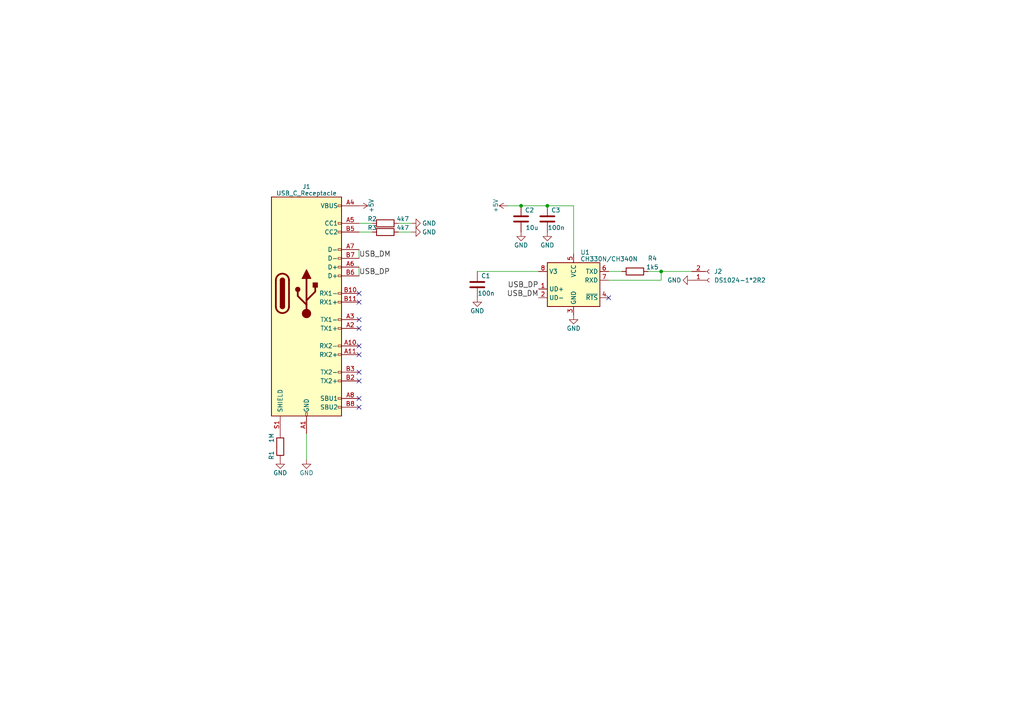
<source format=kicad_sch>
(kicad_sch (version 20230409) (generator eeschema)
  (paper "A4")
  (lib_symbols
    (symbol "Connector:Conn_01x02_Socket" (pin_names (offset 1.016) hide)
      (property "Reference" "J" (at 0 2.54 0))
      (property "Value" "Conn_01x02_Socket" (at 0 -5.08 0))
      (symbol "Conn_01x02_Socket_1_1"
        (arc (start 0 -2.032) (mid -0.5058 -2.54) (end 0 -3.048) (stroke (width 0.1524)))
        (polyline (pts (xy -1.27 -2.54) (xy -0.508 -2.54)) (stroke (width 0.1524)))
        (polyline (pts (xy -1.27 0) (xy -0.508 0)) (stroke (width 0.1524)))
        (arc (start 0 0.508) (mid -0.5058 0) (end 0 -0.508) (stroke (width 0.1524)))
        (pin passive line (at -5.08 0 0) (length 3.81) (name "Pin_1") (number "1"))
        (pin passive line (at -5.08 -2.54 0) (length 3.81) (name "Pin_2") (number "2"))
      )
    )
    (symbol "Connector:USB_C_Receptacle" (pin_names (offset 1.016))
      (property "Reference" "J" (at -10.16 29.21 0))
      (property "Value" "USB_C_Receptacle" (at 10.16 29.21 0))
      (symbol "USB_C_Receptacle_0_0"
        (rectangle (start -0.254 -35.56) (end 0.254 -34.544))
        (rectangle (start 10.16 -32.766) (end 9.144 -33.274))
        (rectangle (start 10.16 -30.226) (end 9.144 -30.734))
        (rectangle (start 10.16 -25.146) (end 9.144 -25.654))
        (rectangle (start 10.16 -22.606) (end 9.144 -23.114))
        (rectangle (start 10.16 -17.526) (end 9.144 -18.034))
        (rectangle (start 10.16 -14.986) (end 9.144 -15.494))
        (rectangle (start 10.16 -9.906) (end 9.144 -10.414))
        (rectangle (start 10.16 -7.366) (end 9.144 -7.874))
        (rectangle (start 10.16 -2.286) (end 9.144 -2.794))
        (rectangle (start 10.16 0.254) (end 9.144 -0.254))
        (rectangle (start 10.16 5.334) (end 9.144 4.826))
        (rectangle (start 10.16 7.874) (end 9.144 7.366))
        (rectangle (start 10.16 10.414) (end 9.144 9.906))
        (rectangle (start 10.16 12.954) (end 9.144 12.446))
        (rectangle (start 10.16 18.034) (end 9.144 17.526))
        (rectangle (start 10.16 20.574) (end 9.144 20.066))
        (rectangle (start 10.16 25.654) (end 9.144 25.146))
      )
      (symbol "USB_C_Receptacle_0_1"
        (rectangle (start -10.16 27.94) (end 10.16 -35.56) (stroke (width 0.254)) (fill (type background)))
        (arc (start -8.89 -3.81) (mid -6.985 -5.7067) (end -5.08 -3.81) (stroke (width 0.508)))
        (arc (start -7.62 -3.81) (mid -6.985 -4.4423) (end -6.35 -3.81) (stroke (width 0.254)))
        (arc (start -7.62 -3.81) (mid -6.985 -4.4423) (end -6.35 -3.81) (stroke (width 0.254)) (fill (type outline)))
        (rectangle (start -7.62 -3.81) (end -6.35 3.81) (stroke (width 0.254)) (fill (type outline)))
        (arc (start -6.35 3.81) (mid -6.985 4.4423) (end -7.62 3.81) (stroke (width 0.254)))
        (arc (start -6.35 3.81) (mid -6.985 4.4423) (end -7.62 3.81) (stroke (width 0.254)) (fill (type outline)))
        (arc (start -5.08 3.81) (mid -6.985 5.7067) (end -8.89 3.81) (stroke (width 0.508)))
        (polyline (pts (xy -8.89 -3.81) (xy -8.89 3.81)) (stroke (width 0.508)))
        (polyline (pts (xy -5.08 3.81) (xy -5.08 -3.81)) (stroke (width 0.508)))
      )
      (symbol "USB_C_Receptacle_1_1"
        (circle (center -2.54 1.143) (radius 0.635) (stroke (width 0.254)) (fill (type outline)))
        (circle (center 0 -5.842) (radius 1.27) (fill (type outline)))
        (polyline (pts (xy 0 -5.842) (xy 0 4.318)) (stroke (width 0.508)))
        (polyline (pts (xy 0 -3.302) (xy -2.54 -0.762) (xy -2.54 0.508)) (stroke (width 0.508)))
        (polyline (pts (xy 0 -2.032) (xy 2.54 0.508) (xy 2.54 1.778)) (stroke (width 0.508)))
        (polyline (pts (xy -1.27 4.318) (xy 0 6.858) (xy 1.27 4.318) (xy -1.27 4.318)) (stroke (width 0.254)) (fill (type outline)))
        (rectangle (start 1.905 1.778) (end 3.175 3.048) (stroke (width 0.254)) (fill (type outline)))
        (pin passive line (at 0 -40.64 90) (length 5.08) (name "GND") (number "A1"))
        (pin bidirectional line (at 15.24 -15.24 180) (length 5.08) (name "RX2-") (number "A10"))
        (pin bidirectional line (at 15.24 -17.78 180) (length 5.08) (name "RX2+") (number "A11"))
        (pin passive line (at 0 -40.64 90) (length 5.08) hide (name "GND") (number "A12"))
        (pin bidirectional line (at 15.24 -10.16 180) (length 5.08) (name "TX1+") (number "A2"))
        (pin bidirectional line (at 15.24 -7.62 180) (length 5.08) (name "TX1-") (number "A3"))
        (pin passive line (at 15.24 25.4 180) (length 5.08) (name "VBUS") (number "A4"))
        (pin bidirectional line (at 15.24 20.32 180) (length 5.08) (name "CC1") (number "A5"))
        (pin bidirectional line (at 15.24 7.62 180) (length 5.08) (name "D+") (number "A6"))
        (pin bidirectional line (at 15.24 12.7 180) (length 5.08) (name "D-") (number "A7"))
        (pin bidirectional line (at 15.24 -30.48 180) (length 5.08) (name "SBU1") (number "A8"))
        (pin passive line (at 15.24 25.4 180) (length 5.08) hide (name "VBUS") (number "A9"))
        (pin passive line (at 0 -40.64 90) (length 5.08) hide (name "GND") (number "B1"))
        (pin bidirectional line (at 15.24 0 180) (length 5.08) (name "RX1-") (number "B10"))
        (pin bidirectional line (at 15.24 -2.54 180) (length 5.08) (name "RX1+") (number "B11"))
        (pin passive line (at 0 -40.64 90) (length 5.08) hide (name "GND") (number "B12"))
        (pin bidirectional line (at 15.24 -25.4 180) (length 5.08) (name "TX2+") (number "B2"))
        (pin bidirectional line (at 15.24 -22.86 180) (length 5.08) (name "TX2-") (number "B3"))
        (pin passive line (at 15.24 25.4 180) (length 5.08) hide (name "VBUS") (number "B4"))
        (pin bidirectional line (at 15.24 17.78 180) (length 5.08) (name "CC2") (number "B5"))
        (pin bidirectional line (at 15.24 5.08 180) (length 5.08) (name "D+") (number "B6"))
        (pin bidirectional line (at 15.24 10.16 180) (length 5.08) (name "D-") (number "B7"))
        (pin bidirectional line (at 15.24 -33.02 180) (length 5.08) (name "SBU2") (number "B8"))
        (pin passive line (at 15.24 25.4 180) (length 5.08) hide (name "VBUS") (number "B9"))
        (pin passive line (at -7.62 -40.64 90) (length 5.08) (name "SHIELD") (number "S1"))
      )
    )
    (symbol "Device:C" (pin_numbers hide) (pin_names (offset 0.254))
      (property "Reference" "C" (at 0.635 2.54 0))
      (property "Value" "C" (at 0.635 -2.54 0))
      (symbol "C_0_1"
        (polyline (pts (xy -2.032 -0.762) (xy 2.032 -0.762)) (stroke (width 0.508)))
        (polyline (pts (xy -2.032 0.762) (xy 2.032 0.762)) (stroke (width 0.508)))
      )
      (symbol "C_1_1"
        (pin passive line (at 0 3.81 270) (length 2.794) (name "~") (number "1"))
        (pin passive line (at 0 -3.81 90) (length 2.794) (name "~") (number "2"))
      )
    )
    (symbol "Device:R" (pin_numbers hide) (pin_names (offset 0))
      (property "Reference" "R" (at 2.032 0 90))
      (property "Value" "R" (at 0 0 90))
      (symbol "R_0_1"
        (rectangle (start -1.016 -2.54) (end 1.016 2.54) (stroke (width 0.254)))
      )
      (symbol "R_1_1"
        (pin passive line (at 0 3.81 270) (length 1.27) (name "~") (number "1"))
        (pin passive line (at 0 -3.81 90) (length 1.27) (name "~") (number "2"))
      )
    )
    (symbol "Interface_USB:CH330N"
      (property "Reference" "U" (at -7.62 6.35 0))
      (property "Value" "CH330N" (at 7.62 6.35 0))
      (symbol "CH330N_0_1"
        (rectangle (start -7.62 5.08) (end 7.62 -7.62) (stroke (width 0.254)) (fill (type background)))
      )
      (symbol "CH330N_1_1"
        (pin bidirectional line (at -10.16 -2.54 0) (length 2.54) (name "UD+") (number "1"))
        (pin bidirectional line (at -10.16 -5.08 0) (length 2.54) (name "UD-") (number "2"))
        (pin power_in line (at 0 -10.16 90) (length 2.54) (name "GND") (number "3"))
        (pin output line (at 10.16 -5.08 180) (length 2.54) (name "~{RTS}") (number "4"))
        (pin power_in line (at 0 7.62 270) (length 2.54) (name "VCC") (number "5"))
        (pin output line (at 10.16 2.54 180) (length 2.54) (name "TXD") (number "6"))
        (pin input line (at 10.16 0 180) (length 2.54) (name "RXD") (number "7"))
        (pin passive line (at -10.16 2.54 0) (length 2.54) (name "V3") (number "8"))
      )
    )
    (symbol "power:+5V" (power) (pin_names (offset 0))
      (property "Value" "+5V" (at 0 3.556 0))
      (symbol "+5V_0_1"
        (polyline (pts (xy -0.762 1.27) (xy 0 2.54)))
        (polyline (pts (xy 0 0) (xy 0 2.54)))
        (polyline (pts (xy 0 2.54) (xy 0.762 1.27)))
      )
      (symbol "+5V_1_1"
        (pin power_in line (at 0 0 90) (length 0) hide (name "+5V") (number "1"))
      )
    )
    (symbol "power:GND" (power) (pin_names (offset 0))
      (property "Value" "GND" (at 0 -3.81 0))
      (symbol "GND_0_1"
        (polyline (pts (xy 0 0) (xy 0 -1.27) (xy 1.27 -1.27) (xy 0 -2.54) (xy -1.27 -1.27) (xy 0 -1.27)))
      )
      (symbol "GND_1_1"
        (pin power_in line (at 0 0 270) (length 0) hide (name "GND") (number "1"))
      )
    )
  )
  (junction (at 191.77 78.74))
  (junction (at 151.13 59.69))
  (junction (at 158.75 59.69))
  (no_connect (at 104.14 85.09))
  (no_connect (at 104.14 118.11))
  (no_connect (at 104.14 92.71))
  (no_connect (at 176.53 86.36))
  (no_connect (at 104.14 102.87))
  (no_connect (at 104.14 107.95))
  (no_connect (at 104.14 87.63))
  (no_connect (at 104.14 100.33))
  (no_connect (at 104.14 95.25))
  (no_connect (at 104.14 110.49))
  (no_connect (at 104.14 115.57))
  (wire (pts (xy 104.14 72.39) (xy 104.14 74.93)))
  (wire (pts (xy 104.14 77.47) (xy 104.14 80.01)))
  (wire (pts (xy 191.77 78.74) (xy 200.66 78.74)))
  (wire (pts (xy 104.14 64.77) (xy 107.95 64.77)))
  (wire (pts (xy 138.43 78.74) (xy 156.21 78.74)))
  (wire (pts (xy 104.14 67.31) (xy 107.95 67.31)))
  (wire (pts (xy 88.9 125.73) (xy 88.9 133.35)))
  (wire (pts (xy 166.37 59.69) (xy 166.37 73.66)))
  (wire (pts (xy 147.32 59.69) (xy 151.13 59.69)))
  (wire (pts (xy 158.75 59.69) (xy 166.37 59.69)))
  (wire (pts (xy 151.13 59.69) (xy 158.75 59.69)))
  (wire (pts (xy 176.53 78.74) (xy 180.34 78.74)))
  (wire (pts (xy 115.57 64.77) (xy 119.38 64.77)))
  (wire (pts (xy 187.96 78.74) (xy 191.77 78.74)))
  (wire (pts (xy 191.77 81.28) (xy 191.77 78.74)))
  (wire (pts (xy 176.53 81.28) (xy 191.77 81.28)))
  (wire (pts (xy 115.57 67.31) (xy 119.38 67.31)))
  (label "USB_DM" (at 156.21 86.36 180) (effects (font (size 1.524 1.524))))
  (label "USB_DP" (at 104.14 80.01 0) (effects (font (size 1.524 1.524))))
  (label "USB_DP" (at 156.21 83.82 180) (effects (font (size 1.524 1.524))))
  (label "USB_DM" (at 104.14 74.93 0) (effects (font (size 1.524 1.524))))
  (symbol (lib_id "Device:C") (at 158.75 63.5 180) (unit 1)
    (property "Reference" "C3" (at 162.56 60.96 0) (effects (justify left)))
    (property "Value" "100n" (at 163.83 66.04 0) (effects (justify left)))
    (property "Footprint" "Capacitor_SMD:C_0805_2012Metric" (effects hide))
  )
  (symbol (lib_id "power:+5V") (at 104.14 59.69 270) (unit 1)
    (property "Reference" "#PWR03" (effects hide))
    (property "Value" "+5V" (at 107.696 59.69 0))
  )
  (symbol (lib_id "Device:R") (at 111.76 64.77 90) (unit 1)
    (property "Reference" "R2" (at 107.95 63.5 90))
    (property "Value" "4k7" (at 116.84 63.5 90))
    (property "Footprint" "Resistor_SMD:R_0805_2012Metric" (effects hide))
  )
  (symbol (lib_id "Device:R") (at 111.76 67.31 90) (unit 1)
    (property "Reference" "R3" (at 107.95 66.04 90))
    (property "Value" "4k7" (at 116.84 66.04 90))
    (property "Footprint" "Resistor_SMD:R_0805_2012Metric" (effects hide))
  )
  (symbol (lib_id "Connector:Conn_01x02_Socket") (at 205.74 81.28 0) (mirror x) (unit 1)
    (property "Reference" "J2" (at 208.28 78.74 0))
    (property "Value" "DS1024-1*2R2" (at 214.63 81.28 0))
    (property "Footprint" "Connector_PinSocket_2.54mm:PinSocket_1x02_P2.54mm_Horizontal" (effects hide))
  )
  (symbol (lib_id "Device:C") (at 138.43 82.55 180) (unit 1)
    (property "Reference" "C1" (at 142.24 80.01 0) (effects (justify left)))
    (property "Value" "100n" (at 143.51 85.09 0) (effects (justify left)))
    (property "Footprint" "Capacitor_SMD:C_0805_2012Metric" (effects hide))
  )
  (symbol (lib_id "power:GND") (at 158.75 67.31 0) (unit 1)
    (property "Reference" "#PWR09" (effects hide))
    (property "Value" "GND" (at 158.75 71.12 0))
  )
  (symbol (lib_id "Device:R") (at 81.28 129.54 180) (unit 1)
    (property "Reference" "R1" (at 78.74 132.08 90))
    (property "Value" "1M" (at 78.74 127 90))
    (property "Footprint" "Resistor_SMD:R_0805_2012Metric" (effects hide))
  )
  (symbol (lib_id "power:GND") (at 151.13 67.31 0) (unit 1)
    (property "Reference" "#PWR08" (effects hide))
    (property "Value" "GND" (at 151.13 71.12 0))
  )
  (symbol (lib_id "power:GND") (at 166.37 91.44 0) (unit 1)
    (property "Reference" "#PWR010" (effects hide))
    (property "Value" "GND" (at 166.37 95.25 0))
  )
  (symbol (lib_id "Interface_USB:CH330N") (at 166.37 81.28 0) (unit 1)
    (property "Reference" "U1" (at 168.3259 73.1901 0) (effects (justify left)))
    (property "Value" "CH330N/CH340N" (at 168.3259 75.1111 0) (effects (justify left)))
    (property "Footprint" "Package_SO:SOIC-8_3.9x4.9mm_P1.27mm" (effects hide))
    (property "Datasheet" "https://cdn.sparkfun.com/assets/5/0/a/8/5/CH340DS1.PDF" (effects hide))
  )
  (symbol (lib_id "Device:C") (at 151.13 63.5 180) (unit 1)
    (property "Reference" "C2" (at 154.94 60.96 0) (effects (justify left)))
    (property "Value" "10u" (at 156.21 66.04 0) (effects (justify left)))
    (property "Footprint" "Capacitor_SMD:C_0805_2012Metric" (effects hide))
  )
  (symbol (lib_id "power:GND") (at 119.38 67.31 90) (unit 1)
    (property "Reference" "#PWR05" (effects hide))
    (property "Value" "GND" (at 124.46 67.31 90))
  )
  (symbol (lib_id "power:GND") (at 81.28 133.35 0) (unit 1)
    (property "Reference" "#PWR01" (effects hide))
    (property "Value" "GND" (at 81.28 137.16 0))
  )
  (symbol (lib_id "power:GND") (at 88.9 133.35 0) (unit 1)
    (property "Reference" "#PWR02" (effects hide))
    (property "Value" "GND" (at 88.9 137.16 0))
  )
  (symbol (lib_id "power:GND") (at 119.38 64.77 90) (unit 1)
    (property "Reference" "#PWR04" (effects hide))
    (property "Value" "GND" (at 124.46 64.77 90))
  )
  (symbol (lib_id "power:GND") (at 138.43 86.36 0) (unit 1)
    (property "Reference" "#PWR06" (effects hide))
    (property "Value" "GND" (at 138.43 90.17 0))
  )
  (symbol (lib_id "Device:R") (at 184.15 78.74 90) (unit 1)
    (property "Reference" "R4" (at 189.23 74.93 90))
    (property "Value" "1k5" (at 189.23 77.47 90))
    (property "Footprint" "Resistor_SMD:R_0805_2012Metric" (effects hide))
  )
  (symbol (lib_id "power:GND") (at 200.66 81.28 270) (unit 1)
    (property "Reference" "#PWR011" (effects hide))
    (property "Value" "GND" (at 195.58 81.28 90))
  )
  (symbol (lib_id "power:+5V") (at 147.32 59.69 90) (unit 1)
    (property "Reference" "#PWR07" (effects hide))
    (property "Value" "+5V" (at 143.764 59.69 0))
  )
  (symbol (lib_id "Connector:USB_C_Receptacle") (at 88.9 85.09 0) (unit 1)
    (property "Reference" "J1" (at 88.9 54.1401 0))
    (property "Value" "USB_C_Receptacle" (at 88.9 56.0611 0))
    (property "Footprint" "Drake:USB_C_Receptacle-Handsolder" (effects hide))
    (property "Datasheet" "https://www.usb.org/sites/default/files/documents/usb_type-c.zip" (effects hide))
  )
)
</source>
